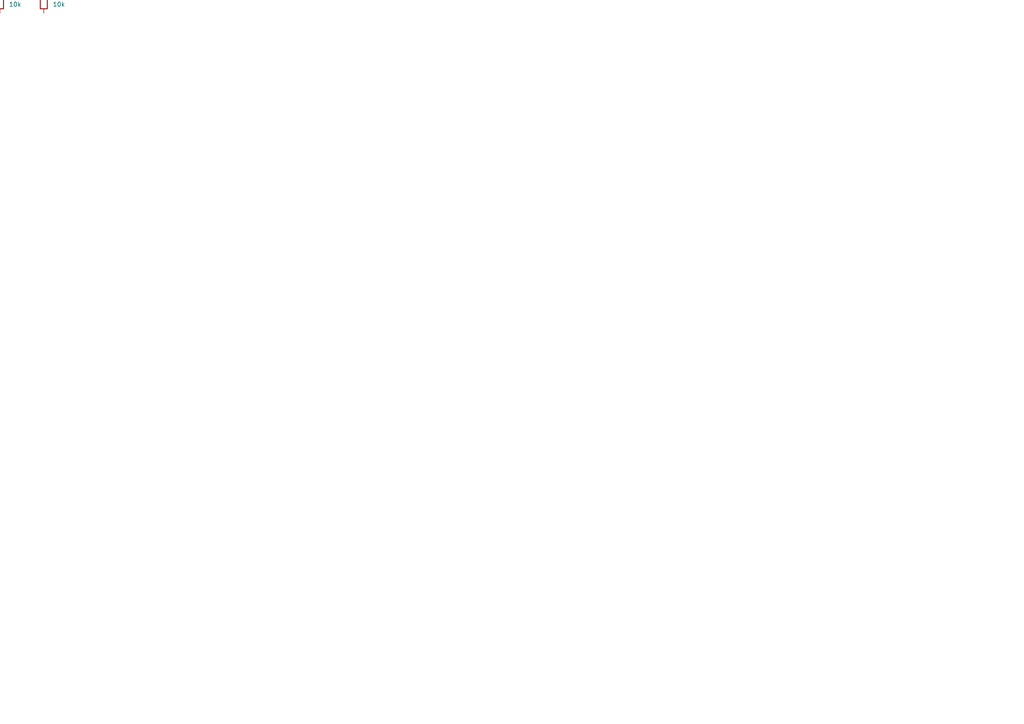
<source format=kicad_sch>
(kicad_sch (version 20231120) (generator "eeschema") (generator_version "8.0")
  (paper "A4")
  (lib_symbols
    (symbol "Device:R" (pin_numbers hide) (pin_names (offset 0))
      (property "Reference" "R" (at 2.032 0 90))
      (property "Value" "R" (at 0 0 90))
      (symbol "R_0_1"
        (rectangle (start -1.016 -2.54) (end 1.016 2.54) (stroke (width 0.254)))
      )
      (symbol "R_1_1"
        (pin passive line (at 0 3.81 270) (length 1.27) (name "~") (number "1"))
        (pin passive line (at 0 -3.81 90) (length 1.27) (name "~") (number "2"))
      )
    )
  )
  (symbol (lib_id "Device:R") (at 0 0 0) (unit 1)
    (property "Reference" "R2" (at 2.54 -1.2701 0) (effects (justify left)))
    (property "Value" "10k" (at 2.54 1.2699 0) (effects (justify left)))
    (property "Footprint" "Resistor_SMD:R_0603_1608Metric" (effects (hide yes)))
    (property "Description" "Resistor" (effects (hide yes)))
  )
  (symbol (lib_id "Device:R") (at 12.7 0 0) (unit 1)
    (property "Reference" "R3" (at 15.24 -1.2701 0) (effects (justify left)))
    (property "Value" "10k" (at 15.24 1.2699 0) (effects (justify left)))
    (property "Footprint" "Resistor_SMD:R_0603_1608Metric" (effects (hide yes)))
    (property "Description" "Resistor" (effects (hide yes)))
  )
)
</source>
